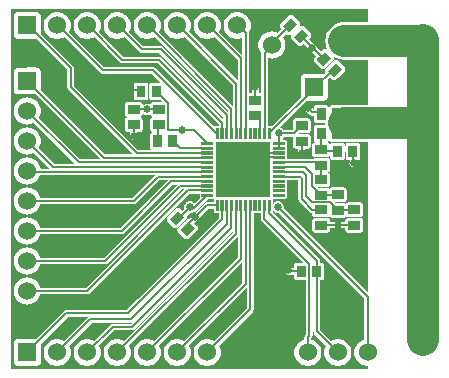
<source format=gbr>
G04 start of page 2 for group 0 idx 0 *
G04 Title: nRF51x22 Breakout, top *
G04 Creator: pcb 1.99z *
G04 CreationDate: Mon 01 Apr 2013 08:26:13 PM GMT UTC *
G04 For: nock *
G04 Format: Gerber/RS-274X *
G04 PCB-Dimensions (mil): 1500.00 1200.00 *
G04 PCB-Coordinate-Origin: lower left *
%MOIN*%
%FSLAX25Y25*%
%LNTOP*%
%ADD21C,0.0280*%
%ADD20C,0.0380*%
%ADD19C,0.0130*%
%ADD18C,0.0350*%
%ADD17C,0.0250*%
%ADD16R,0.0106X0.0106*%
%ADD15R,0.0295X0.0295*%
%ADD14C,0.0600*%
%ADD13C,0.1050*%
%ADD12C,0.0080*%
%ADD11C,0.0001*%
G54D11*G36*
X42407Y84091D02*X43125Y84092D01*
X43278Y84129D01*
X43423Y84189D01*
X43558Y84271D01*
X43677Y84374D01*
X43780Y84493D01*
X43862Y84628D01*
X43922Y84773D01*
X43959Y84926D01*
X43968Y85083D01*
X43967Y85292D01*
X44117Y85117D01*
X44350Y84918D01*
X44612Y84757D01*
X44896Y84640D01*
X45194Y84568D01*
X45500Y84544D01*
X45806Y84568D01*
X46104Y84640D01*
X46388Y84757D01*
X46557Y84861D01*
X46578Y84773D01*
X46638Y84628D01*
X46720Y84493D01*
X46823Y84374D01*
X46942Y84271D01*
X47077Y84189D01*
X47222Y84129D01*
X47375Y84092D01*
X47532Y84083D01*
X51400Y84092D01*
Y83917D01*
X47375Y83908D01*
X47222Y83871D01*
X47077Y83811D01*
X46942Y83729D01*
X46823Y83626D01*
X46720Y83507D01*
X46638Y83372D01*
X46578Y83227D01*
X46541Y83074D01*
X46532Y82917D01*
X46541Y79808D01*
X46578Y79655D01*
X46638Y79510D01*
X46720Y79375D01*
X46823Y79256D01*
X46942Y79153D01*
X47077Y79071D01*
X47222Y79011D01*
X47375Y78974D01*
X47532Y78965D01*
X47841Y78966D01*
Y78960D01*
X47308Y78959D01*
X47155Y78922D01*
X47010Y78862D01*
X46875Y78780D01*
X46756Y78677D01*
X46653Y78558D01*
X46571Y78423D01*
X46511Y78278D01*
X46474Y78125D01*
X46465Y77968D01*
X46474Y73875D01*
X46511Y73722D01*
X46571Y73577D01*
X46653Y73442D01*
X46756Y73323D01*
X46875Y73220D01*
X47010Y73138D01*
X47073Y73112D01*
X42444D01*
X42407Y73149D01*
Y78973D01*
X43125Y78974D01*
X43278Y79011D01*
X43423Y79071D01*
X43558Y79153D01*
X43677Y79256D01*
X43780Y79375D01*
X43862Y79510D01*
X43922Y79655D01*
X43959Y79808D01*
X43968Y79965D01*
X43959Y83074D01*
X43922Y83227D01*
X43862Y83372D01*
X43780Y83507D01*
X43677Y83626D01*
X43558Y83729D01*
X43423Y83811D01*
X43278Y83871D01*
X43125Y83908D01*
X42968Y83917D01*
X42407Y83916D01*
Y84091D01*
G37*
G36*
Y98400D02*X47044D01*
X49977Y95468D01*
X46926Y95459D01*
X46773Y95422D01*
X46628Y95362D01*
X46493Y95280D01*
X46374Y95177D01*
X46271Y95058D01*
X46189Y94923D01*
X46129Y94778D01*
X46092Y94625D01*
X46083Y94468D01*
X46092Y90375D01*
X46129Y90222D01*
X46189Y90077D01*
X46271Y89942D01*
X46374Y89823D01*
X46493Y89720D01*
X46628Y89638D01*
X46773Y89578D01*
X46926Y89541D01*
X47083Y89532D01*
X49963Y89541D01*
X50471Y89033D01*
X47375Y89026D01*
X47222Y88989D01*
X47077Y88929D01*
X46942Y88847D01*
X46823Y88744D01*
X46720Y88625D01*
X46638Y88490D01*
X46578Y88345D01*
X46541Y88192D01*
X46539Y88150D01*
X46388Y88243D01*
X46104Y88360D01*
X45806Y88432D01*
X45500Y88456D01*
X45194Y88432D01*
X44896Y88360D01*
X44612Y88243D01*
X44350Y88082D01*
X44117Y87883D01*
X43960Y87700D01*
X43959Y88192D01*
X43922Y88345D01*
X43862Y88490D01*
X43780Y88625D01*
X43677Y88744D01*
X43558Y88847D01*
X43423Y88929D01*
X43278Y88989D01*
X43125Y89026D01*
X42968Y89035D01*
X42407Y89034D01*
Y89533D01*
X45074Y89541D01*
X45227Y89578D01*
X45372Y89638D01*
X45507Y89720D01*
X45626Y89823D01*
X45729Y89942D01*
X45811Y90077D01*
X45871Y90222D01*
X45908Y90375D01*
X45917Y90532D01*
X45908Y94625D01*
X45871Y94778D01*
X45811Y94923D01*
X45729Y95058D01*
X45626Y95177D01*
X45507Y95280D01*
X45372Y95362D01*
X45227Y95422D01*
X45074Y95459D01*
X44917Y95468D01*
X42407Y95461D01*
Y98400D01*
G37*
G36*
Y101900D02*X49044D01*
X69313Y81631D01*
Y81076D01*
X68213Y81071D01*
X68121Y81049D01*
X68034Y81013D01*
X67953Y80963D01*
X67882Y80902D01*
X67820Y80830D01*
X67784Y80771D01*
X48308Y100247D01*
X48280Y100280D01*
X48149Y100393D01*
X48001Y100483D01*
X47841Y100549D01*
X47673Y100590D01*
X47672Y100590D01*
X47500Y100603D01*
X47457Y100600D01*
X42407D01*
Y101900D01*
G37*
G36*
Y106260D02*X42914Y105753D01*
X42942Y105720D01*
X43073Y105607D01*
X43221Y105517D01*
X43381Y105451D01*
X43549Y105410D01*
X43722Y105397D01*
X43765Y105400D01*
X49544D01*
X70888Y84056D01*
Y83167D01*
X50308Y103747D01*
X50280Y103780D01*
X50149Y103893D01*
X50057Y103949D01*
X50001Y103983D01*
X49954Y104003D01*
X49841Y104049D01*
X49673Y104090D01*
X49500Y104103D01*
X49457Y104100D01*
X42407D01*
Y106260D01*
G37*
G36*
Y111224D02*X42847Y110848D01*
X43451Y110478D01*
X44105Y110207D01*
X44794Y110042D01*
X45500Y109986D01*
X46206Y110042D01*
X46895Y110207D01*
X47549Y110478D01*
X47945Y110721D01*
X72463Y86203D01*
Y85593D01*
X50808Y107247D01*
X50780Y107280D01*
X50649Y107393D01*
X50501Y107483D01*
X50341Y107549D01*
X50173Y107590D01*
X50172Y107590D01*
X50000Y107603D01*
X49957Y107600D01*
X44178D01*
X42407Y109371D01*
Y111224D01*
G37*
G36*
X114059Y75632D02*X119000D01*
Y25556D01*
X114059Y30497D01*
Y45468D01*
X116625Y45474D01*
X116778Y45511D01*
X116923Y45571D01*
X117058Y45653D01*
X117177Y45756D01*
X117280Y45875D01*
X117362Y46010D01*
X117422Y46155D01*
X117459Y46308D01*
X117468Y46465D01*
X117459Y49574D01*
X117422Y49727D01*
X117362Y49872D01*
X117280Y50007D01*
X117177Y50126D01*
X117058Y50229D01*
X116923Y50311D01*
X116778Y50371D01*
X116625Y50408D01*
X116468Y50417D01*
X114059Y50412D01*
Y50586D01*
X116625Y50592D01*
X116778Y50629D01*
X116923Y50689D01*
X117058Y50771D01*
X117177Y50874D01*
X117280Y50993D01*
X117362Y51128D01*
X117422Y51273D01*
X117459Y51426D01*
X117468Y51583D01*
X117459Y54692D01*
X117422Y54845D01*
X117362Y54990D01*
X117280Y55125D01*
X117177Y55244D01*
X117058Y55347D01*
X116923Y55429D01*
X116778Y55489D01*
X116625Y55526D01*
X116468Y55535D01*
X114059Y55530D01*
Y67401D01*
X114173Y67410D01*
X114341Y67451D01*
X114501Y67517D01*
X114649Y67607D01*
X114778Y67722D01*
X114806Y67751D01*
X114839Y67779D01*
X114952Y67910D01*
X114952Y67910D01*
X115042Y68058D01*
X115108Y68218D01*
X115149Y68386D01*
X115162Y68559D01*
X115159Y68602D01*
Y69540D01*
X115692Y69541D01*
X115845Y69578D01*
X115990Y69638D01*
X116125Y69720D01*
X116244Y69823D01*
X116347Y69942D01*
X116429Y70077D01*
X116489Y70222D01*
X116526Y70375D01*
X116535Y70532D01*
X116526Y74625D01*
X116489Y74778D01*
X116429Y74923D01*
X116347Y75058D01*
X116244Y75177D01*
X116125Y75280D01*
X115990Y75362D01*
X115845Y75422D01*
X115692Y75459D01*
X115535Y75468D01*
X114059Y75464D01*
Y75632D01*
G37*
G36*
Y50412D02*X112375Y50408D01*
X112222Y50371D01*
X112077Y50311D01*
X111942Y50229D01*
X111823Y50126D01*
X111720Y50007D01*
X111638Y49872D01*
X111578Y49727D01*
X111541Y49574D01*
X111532Y49417D01*
X111533Y49100D01*
X109043D01*
X109000Y49103D01*
Y50469D01*
X111125Y50474D01*
X111278Y50511D01*
X111423Y50571D01*
X111558Y50653D01*
X111677Y50756D01*
X111780Y50875D01*
X111797Y50904D01*
X111823Y50874D01*
X111942Y50771D01*
X112077Y50689D01*
X112222Y50629D01*
X112375Y50592D01*
X112532Y50583D01*
X114059Y50586D01*
Y50412D01*
G37*
G36*
Y30497D02*X109000Y35556D01*
Y46842D01*
X109113Y46851D01*
X109114Y46851D01*
X109282Y46892D01*
X109302Y46900D01*
X111540D01*
X111541Y46308D01*
X111578Y46155D01*
X111638Y46010D01*
X111720Y45875D01*
X111823Y45756D01*
X111942Y45653D01*
X112077Y45571D01*
X112222Y45511D01*
X112375Y45474D01*
X112532Y45465D01*
X114059Y45468D01*
Y30497D01*
G37*
G36*
X109000Y69537D02*X110574Y69541D01*
X110727Y69578D01*
X110872Y69638D01*
X111007Y69720D01*
X111126Y69823D01*
X111229Y69942D01*
X111311Y70077D01*
X111371Y70222D01*
X111408Y70375D01*
X111417Y70532D01*
X111408Y74625D01*
X111371Y74778D01*
X111311Y74923D01*
X111229Y75058D01*
X111126Y75177D01*
X111007Y75280D01*
X110872Y75362D01*
X110727Y75422D01*
X110574Y75459D01*
X110417Y75468D01*
X109000Y75464D01*
Y75538D01*
X110251Y75541D01*
X110404Y75578D01*
X110549Y75638D01*
X110590Y75663D01*
X111118Y75632D01*
X114059D01*
Y75464D01*
X112426Y75459D01*
X112273Y75422D01*
X112128Y75362D01*
X111993Y75280D01*
X111874Y75177D01*
X111771Y75058D01*
X111689Y74923D01*
X111629Y74778D01*
X111592Y74625D01*
X111583Y74468D01*
X111592Y70375D01*
X111629Y70222D01*
X111689Y70077D01*
X111771Y69942D01*
X111874Y69823D01*
X111993Y69720D01*
X112128Y69638D01*
X112273Y69578D01*
X112426Y69541D01*
X112583Y69532D01*
X112959Y69533D01*
Y68861D01*
X112951Y68841D01*
X112910Y68673D01*
X112897Y68500D01*
X112910Y68327D01*
X112951Y68159D01*
X113017Y67999D01*
X113107Y67851D01*
X113220Y67720D01*
X113351Y67607D01*
X113499Y67517D01*
X113659Y67451D01*
X113827Y67410D01*
X114000Y67397D01*
X114059Y67401D01*
Y55530D01*
X112375Y55526D01*
X112222Y55489D01*
X112077Y55429D01*
X111942Y55347D01*
X111823Y55244D01*
X111720Y55125D01*
X111703Y55096D01*
X111677Y55126D01*
X111558Y55229D01*
X111423Y55311D01*
X111278Y55371D01*
X111125Y55408D01*
X110968Y55417D01*
X109000Y55413D01*
Y55587D01*
X111125Y55592D01*
X111278Y55629D01*
X111423Y55689D01*
X111558Y55771D01*
X111677Y55874D01*
X111780Y55993D01*
X111862Y56128D01*
X111922Y56273D01*
X111959Y56426D01*
X111968Y56583D01*
X111959Y59692D01*
X111922Y59845D01*
X111862Y59990D01*
X111780Y60125D01*
X111677Y60244D01*
X111558Y60347D01*
X111423Y60429D01*
X111278Y60489D01*
X111125Y60526D01*
X110968Y60535D01*
X109000Y60531D01*
Y69537D01*
G37*
G36*
Y103494D02*X109181Y103419D01*
X110137Y103190D01*
X111118Y103132D01*
X119000D01*
Y88132D01*
X111118D01*
X110137Y88074D01*
X109691Y87967D01*
X109000Y87965D01*
Y97140D01*
X111299Y99449D01*
X111381Y99583D01*
X111441Y99729D01*
X111478Y99882D01*
X111490Y100039D01*
X111478Y100196D01*
X111441Y100349D01*
X111381Y100494D01*
X111299Y100628D01*
X111194Y100746D01*
X109000Y102927D01*
Y103494D01*
G37*
G36*
Y120000D02*X119000D01*
Y115632D01*
X111118D01*
X110137Y115574D01*
X109181Y115344D01*
X109000Y115269D01*
Y120000D01*
G37*
G36*
Y55413D02*X108145Y55411D01*
X107971Y55585D01*
X109000Y55587D01*
Y55413D01*
G37*
G36*
Y35556D02*X90918Y53637D01*
X90932Y53694D01*
X90950Y54000D01*
X90932Y54306D01*
X90860Y54604D01*
X90743Y54888D01*
X90582Y55150D01*
X90383Y55383D01*
X90150Y55582D01*
X89888Y55743D01*
X89604Y55860D01*
X89306Y55932D01*
X89000Y55956D01*
X88694Y55932D01*
X88396Y55860D01*
X88112Y55743D01*
X87850Y55582D01*
X87617Y55383D01*
X87418Y55150D01*
X87290Y54941D01*
X87287Y56555D01*
X87265Y56647D01*
X87229Y56734D01*
X87180Y56814D01*
X87146Y56854D01*
X87186Y56820D01*
X87266Y56771D01*
X87353Y56735D01*
X87445Y56713D01*
X87539Y56707D01*
X91571Y56713D01*
X91662Y56735D01*
X91750Y56771D01*
X91830Y56820D01*
X91902Y56882D01*
X91963Y56953D01*
X92013Y57034D01*
X92049Y57121D01*
X92071Y57213D01*
X92076Y57307D01*
X92071Y58464D01*
X92049Y58556D01*
X92020Y58626D01*
X92049Y58696D01*
X92071Y58788D01*
X92076Y58882D01*
X92071Y60039D01*
X92049Y60131D01*
X92020Y60201D01*
X92049Y60271D01*
X92071Y60363D01*
X92076Y60457D01*
X92071Y61614D01*
X92049Y61706D01*
X92020Y61776D01*
X92049Y61846D01*
X92071Y61937D01*
X92076Y62031D01*
X92072Y63038D01*
X95900D01*
Y56543D01*
X95897Y56500D01*
X95910Y56327D01*
Y56327D01*
X95951Y56159D01*
X96017Y55999D01*
X96107Y55851D01*
X96220Y55720D01*
X96253Y55692D01*
X99692Y52253D01*
X99720Y52220D01*
X99851Y52107D01*
X99851Y52107D01*
X99999Y52017D01*
X100159Y51951D01*
X100327Y51910D01*
X100500Y51897D01*
X100540Y51900D01*
X100541Y51426D01*
X100578Y51273D01*
X100638Y51128D01*
X100720Y50993D01*
X100823Y50874D01*
X100942Y50771D01*
X101077Y50689D01*
X101222Y50629D01*
X101375Y50592D01*
X101532Y50583D01*
X105625Y50592D01*
X105778Y50629D01*
X105923Y50689D01*
X106058Y50771D01*
X106177Y50874D01*
X106203Y50904D01*
X106220Y50875D01*
X106323Y50756D01*
X106442Y50653D01*
X106577Y50571D01*
X106722Y50511D01*
X106875Y50474D01*
X107032Y50465D01*
X109000Y50469D01*
Y49103D01*
X108827Y49090D01*
X108659Y49049D01*
X108639Y49041D01*
X106460D01*
X106459Y49574D01*
X106422Y49727D01*
X106362Y49872D01*
X106280Y50007D01*
X106177Y50126D01*
X106058Y50229D01*
X105923Y50311D01*
X105778Y50371D01*
X105625Y50408D01*
X105468Y50417D01*
X101375Y50408D01*
X101222Y50371D01*
X101077Y50311D01*
X100942Y50229D01*
X100823Y50126D01*
X100720Y50007D01*
X100638Y49872D01*
X100578Y49727D01*
X100541Y49574D01*
X100532Y49417D01*
X100541Y46308D01*
X100578Y46155D01*
X100638Y46010D01*
X100720Y45875D01*
X100823Y45756D01*
X100942Y45653D01*
X101077Y45571D01*
X101222Y45511D01*
X101375Y45474D01*
X101532Y45465D01*
X105625Y45474D01*
X105778Y45511D01*
X105923Y45571D01*
X106058Y45653D01*
X106177Y45756D01*
X106280Y45875D01*
X106362Y46010D01*
X106422Y46155D01*
X106459Y46308D01*
X106468Y46465D01*
X106467Y46841D01*
X108898D01*
X108941Y46838D01*
X109000Y46842D01*
Y35556D01*
G37*
G36*
Y75464D02*X107308Y75459D01*
X107155Y75422D01*
X107010Y75362D01*
X106875Y75280D01*
X106756Y75177D01*
X106653Y75058D01*
X106571Y74923D01*
X106511Y74778D01*
X106474Y74625D01*
X106465Y74468D01*
X106467Y73600D01*
X106462D01*
X106459Y74692D01*
X106422Y74845D01*
X106362Y74990D01*
X106280Y75125D01*
X106177Y75244D01*
X106058Y75347D01*
X105923Y75429D01*
X105778Y75489D01*
X105625Y75526D01*
X105468Y75535D01*
X104600Y75533D01*
Y75540D01*
X105133Y75541D01*
X105286Y75578D01*
X105431Y75638D01*
X105566Y75720D01*
X105685Y75823D01*
X105788Y75942D01*
X105870Y76077D01*
X105930Y76222D01*
X105967Y76375D01*
X105976Y76532D01*
X105972Y78318D01*
X106046Y78197D01*
X106147Y78078D01*
X106151Y76375D01*
X106188Y76222D01*
X106248Y76077D01*
X106331Y75942D01*
X106433Y75823D01*
X106552Y75720D01*
X106687Y75638D01*
X106832Y75578D01*
X106985Y75541D01*
X107142Y75532D01*
X109000Y75538D01*
Y75464D01*
G37*
G36*
Y87965D02*X106985Y87959D01*
X106832Y87922D01*
X106687Y87862D01*
X106552Y87780D01*
X106433Y87677D01*
X106331Y87558D01*
X106248Y87423D01*
X106188Y87278D01*
X106151Y87125D01*
X106142Y86968D01*
X106145Y85683D01*
X106046Y85567D01*
X105971Y85444D01*
X105967Y87125D01*
X105930Y87278D01*
X105870Y87423D01*
X105788Y87558D01*
X105685Y87677D01*
X105566Y87780D01*
X105431Y87862D01*
X105286Y87922D01*
X105133Y87959D01*
X104976Y87968D01*
X101867Y87959D01*
X101714Y87922D01*
X101569Y87862D01*
X101434Y87780D01*
X101315Y87677D01*
X101213Y87558D01*
X101130Y87423D01*
X101070Y87278D01*
X101033Y87125D01*
X101024Y86968D01*
X101025Y86600D01*
X100956D01*
X99778Y87778D01*
X99649Y87893D01*
X99501Y87983D01*
X99341Y88049D01*
X99173Y88090D01*
X99000Y88103D01*
X98827Y88090D01*
X98659Y88049D01*
X98499Y87983D01*
X98351Y87893D01*
X98220Y87780D01*
X98107Y87649D01*
X98017Y87501D01*
X97951Y87341D01*
X97910Y87173D01*
X97897Y87000D01*
X97910Y86827D01*
X97951Y86659D01*
X98017Y86499D01*
X98107Y86351D01*
X98222Y86222D01*
X99692Y84753D01*
X99720Y84720D01*
X99851Y84607D01*
X99999Y84517D01*
X100159Y84451D01*
X100327Y84410D01*
X100327D01*
X100500Y84397D01*
X100543Y84400D01*
X101030D01*
X101033Y82875D01*
X101070Y82722D01*
X101130Y82577D01*
X101213Y82442D01*
X101315Y82323D01*
X101434Y82220D01*
X101569Y82138D01*
X101714Y82078D01*
X101867Y82041D01*
X102024Y82032D01*
X104861Y82040D01*
X104849Y81882D01*
X104881Y81468D01*
X101867Y81459D01*
X101714Y81422D01*
X101569Y81362D01*
X101434Y81280D01*
X101315Y81177D01*
X101213Y81058D01*
X101130Y80923D01*
X101070Y80778D01*
X101033Y80625D01*
X101024Y80468D01*
X101033Y76375D01*
X101070Y76222D01*
X101130Y76077D01*
X101213Y75942D01*
X101315Y75823D01*
X101434Y75720D01*
X101569Y75638D01*
X101714Y75578D01*
X101867Y75541D01*
X102024Y75532D01*
X102400Y75533D01*
Y75528D01*
X101375Y75526D01*
X101222Y75489D01*
X101077Y75429D01*
X100942Y75347D01*
X100823Y75244D01*
X100720Y75125D01*
X100638Y74990D01*
X100578Y74845D01*
X100541Y74692D01*
X100532Y74535D01*
X100541Y71426D01*
X100578Y71273D01*
X100638Y71128D01*
X100720Y70993D01*
X100823Y70874D01*
X100942Y70771D01*
X101077Y70689D01*
X101222Y70629D01*
X101375Y70592D01*
X101532Y70583D01*
X105625Y70592D01*
X105778Y70629D01*
X105923Y70689D01*
X106058Y70771D01*
X106177Y70874D01*
X106280Y70993D01*
X106362Y71128D01*
X106422Y71273D01*
X106452Y71400D01*
X106472D01*
X106474Y70375D01*
X106511Y70222D01*
X106571Y70077D01*
X106653Y69942D01*
X106756Y69823D01*
X106875Y69720D01*
X107010Y69638D01*
X107155Y69578D01*
X107308Y69541D01*
X107465Y69532D01*
X109000Y69537D01*
Y60531D01*
X106875Y60526D01*
X106722Y60489D01*
X106577Y60429D01*
X106442Y60347D01*
X106323Y60244D01*
X106220Y60125D01*
X106203Y60096D01*
X106177Y60126D01*
X106058Y60229D01*
X105923Y60311D01*
X105778Y60371D01*
X105625Y60408D01*
X105468Y60417D01*
X102586Y60410D01*
X102412Y60585D01*
X105625Y60592D01*
X105778Y60629D01*
X105923Y60689D01*
X106058Y60771D01*
X106177Y60874D01*
X106280Y60993D01*
X106362Y61128D01*
X106422Y61273D01*
X106459Y61426D01*
X106468Y61583D01*
X106459Y64692D01*
X106422Y64845D01*
X106362Y64990D01*
X106280Y65125D01*
X106177Y65244D01*
X106058Y65347D01*
X105923Y65429D01*
X105778Y65489D01*
X105732Y65500D01*
X105778Y65511D01*
X105923Y65571D01*
X106058Y65653D01*
X106177Y65756D01*
X106280Y65875D01*
X106362Y66010D01*
X106422Y66155D01*
X106459Y66308D01*
X106468Y66465D01*
X106459Y69574D01*
X106422Y69727D01*
X106362Y69872D01*
X106280Y70007D01*
X106177Y70126D01*
X106058Y70229D01*
X105923Y70311D01*
X105778Y70371D01*
X105625Y70408D01*
X105468Y70417D01*
X101375Y70408D01*
X101222Y70371D01*
X101077Y70311D01*
X100942Y70229D01*
X100823Y70126D01*
X100720Y70007D01*
X100693Y69962D01*
X92076D01*
X92071Y71063D01*
X92049Y71154D01*
X92020Y71224D01*
X92049Y71294D01*
X92071Y71386D01*
X92076Y71480D01*
X92071Y72637D01*
X92049Y72729D01*
X92020Y72799D01*
X92049Y72869D01*
X92071Y72961D01*
X92076Y73055D01*
X92071Y74212D01*
X92049Y74304D01*
X92020Y74374D01*
X92049Y74444D01*
X92071Y74536D01*
X92076Y74630D01*
X92071Y75787D01*
X92049Y75879D01*
X92013Y75966D01*
X91963Y76047D01*
X91902Y76118D01*
X91830Y76180D01*
X91750Y76229D01*
X91662Y76265D01*
X91571Y76287D01*
X91476Y76293D01*
X90608Y76292D01*
Y76892D01*
X90650Y76918D01*
X90883Y77117D01*
X91082Y77350D01*
X91113Y77400D01*
X94032D01*
X94041Y74308D01*
X94078Y74155D01*
X94138Y74010D01*
X94220Y73875D01*
X94323Y73756D01*
X94442Y73653D01*
X94577Y73571D01*
X94722Y73511D01*
X94875Y73474D01*
X95032Y73465D01*
X95900Y73467D01*
Y72000D01*
X95910Y71827D01*
X95951Y71659D01*
X96017Y71499D01*
X96107Y71351D01*
X96220Y71220D01*
X96351Y71107D01*
X96499Y71017D01*
X96659Y70951D01*
X96827Y70910D01*
X97000Y70897D01*
X97173Y70910D01*
X97341Y70951D01*
X97501Y71017D01*
X97649Y71107D01*
X97780Y71220D01*
X97893Y71351D01*
X97983Y71499D01*
X98049Y71659D01*
X98090Y71827D01*
X98100Y72000D01*
Y73472D01*
X99125Y73474D01*
X99278Y73511D01*
X99423Y73571D01*
X99558Y73653D01*
X99677Y73756D01*
X99780Y73875D01*
X99862Y74010D01*
X99922Y74155D01*
X99959Y74308D01*
X99968Y74465D01*
X99959Y77574D01*
X99922Y77727D01*
X99862Y77872D01*
X99780Y78007D01*
X99677Y78126D01*
X99558Y78229D01*
X99423Y78311D01*
X99278Y78371D01*
X99125Y78408D01*
X98968Y78417D01*
X95966Y78410D01*
X96141Y78586D01*
X99125Y78592D01*
X99278Y78629D01*
X99423Y78689D01*
X99558Y78771D01*
X99677Y78874D01*
X99780Y78993D01*
X99862Y79128D01*
X99922Y79273D01*
X99959Y79426D01*
X99968Y79583D01*
X99959Y82692D01*
X99922Y82845D01*
X99862Y82990D01*
X99780Y83125D01*
X99677Y83244D01*
X99558Y83347D01*
X99423Y83429D01*
X99278Y83489D01*
X99125Y83526D01*
X98968Y83535D01*
X94875Y83526D01*
X94722Y83489D01*
X94577Y83429D01*
X94442Y83347D01*
X94323Y83244D01*
X94220Y83125D01*
X94138Y82990D01*
X94078Y82845D01*
X94041Y82692D01*
X94032Y82535D01*
X94041Y79600D01*
X91113D01*
X91082Y79650D01*
X90883Y79883D01*
X90650Y80082D01*
X90388Y80243D01*
X90104Y80360D01*
X89806Y80432D01*
X89577Y80450D01*
X98486Y89359D01*
X104378Y89372D01*
X104607Y89427D01*
X104825Y89517D01*
X105027Y89641D01*
X105206Y89794D01*
X105359Y89973D01*
X105483Y90175D01*
X105573Y90393D01*
X105628Y90622D01*
X105642Y90858D01*
X105630Y96503D01*
X106340Y97213D01*
X107114Y96444D01*
X107249Y96361D01*
X107394Y96301D01*
X107547Y96264D01*
X107704Y96252D01*
X107861Y96264D01*
X108014Y96301D01*
X108159Y96361D01*
X108294Y96444D01*
X108411Y96548D01*
X109000Y97140D01*
Y87965D01*
G37*
G36*
X42407Y120000D02*X109000D01*
Y115269D01*
X108272Y114968D01*
X107433Y114454D01*
X106685Y113815D01*
X106046Y113067D01*
X105532Y112228D01*
X105156Y111319D01*
X104926Y110363D01*
X104849Y109382D01*
X104926Y108401D01*
X105156Y107445D01*
X105532Y106536D01*
X105751Y106178D01*
X105371Y106556D01*
X105236Y106639D01*
X105091Y106699D01*
X104938Y106736D01*
X104781Y106748D01*
X104624Y106736D01*
X104471Y106699D01*
X104326Y106639D01*
X104192Y106556D01*
X104074Y106452D01*
X103462Y105837D01*
X99262Y110036D01*
X99985Y110763D01*
X100067Y110897D01*
X100128Y111042D01*
X100164Y111195D01*
X100177Y111352D01*
X100164Y111509D01*
X100128Y111662D01*
X100067Y111808D01*
X99985Y111942D01*
X99881Y112059D01*
X97676Y114251D01*
X97542Y114334D01*
X97396Y114394D01*
X97243Y114430D01*
X97086Y114443D01*
X96929Y114430D01*
X96776Y114394D01*
X96631Y114334D01*
X96497Y114251D01*
X96379Y114147D01*
X93491Y111246D01*
X93409Y111112D01*
X93349Y110966D01*
X93312Y110813D01*
X93300Y110656D01*
X93312Y110499D01*
X93349Y110346D01*
X93409Y110201D01*
X93491Y110067D01*
X93596Y109949D01*
X95801Y107757D01*
X95935Y107675D01*
X96080Y107615D01*
X96233Y107578D01*
X96390Y107566D01*
X96547Y107578D01*
X96700Y107615D01*
X96846Y107675D01*
X96980Y107757D01*
X97097Y107862D01*
X97710Y108477D01*
X101845Y104342D01*
X101722Y104219D01*
X101607Y104090D01*
X101517Y103942D01*
X101475Y103841D01*
X101186Y103551D01*
X101104Y103417D01*
X101044Y103271D01*
X101007Y103118D01*
X100995Y102961D01*
X101007Y102805D01*
X101044Y102651D01*
X101104Y102506D01*
X101186Y102372D01*
X101291Y102254D01*
X103495Y100063D01*
X103630Y99980D01*
X103775Y99920D01*
X103928Y99883D01*
X104085Y99871D01*
X104242Y99883D01*
X104395Y99920D01*
X104540Y99980D01*
X104675Y100063D01*
X104792Y100167D01*
X107680Y103068D01*
X107762Y103202D01*
X107822Y103348D01*
X107859Y103501D01*
X107872Y103657D01*
X107859Y103814D01*
X107822Y103967D01*
X107765Y104107D01*
X108272Y103796D01*
X109000Y103494D01*
Y102927D01*
X108990Y102937D01*
X108855Y103020D01*
X108710Y103080D01*
X108557Y103117D01*
X108400Y103129D01*
X108243Y103117D01*
X108090Y103080D01*
X107945Y103020D01*
X107810Y102937D01*
X107693Y102833D01*
X104805Y99932D01*
X104723Y99798D01*
X104663Y99652D01*
X104626Y99499D01*
X104613Y99343D01*
X104626Y99186D01*
X104663Y99033D01*
X104723Y98887D01*
X104791Y98776D01*
X104360Y98345D01*
X104142Y98358D01*
X97907Y98344D01*
X97677Y98289D01*
X97459Y98199D01*
X97258Y98075D01*
X97078Y97922D01*
X96925Y97742D01*
X96801Y97541D01*
X96711Y97323D01*
X96656Y97093D01*
X96642Y96858D01*
X96656Y90640D01*
X87005Y80989D01*
X86966Y81013D01*
X86879Y81049D01*
X86787Y81071D01*
X86693Y81076D01*
X85694Y81072D01*
Y103686D01*
X86294Y103542D01*
X87000Y103486D01*
X87706Y103542D01*
X88395Y103707D01*
X89049Y103978D01*
X89653Y104348D01*
X90192Y104808D01*
X90652Y105347D01*
X91022Y105951D01*
X91293Y106605D01*
X91458Y107294D01*
X91500Y108000D01*
X91458Y108706D01*
X91293Y109395D01*
X91022Y110049D01*
X90672Y110620D01*
X91804Y111752D01*
X92182Y111376D01*
X92316Y111294D01*
X92461Y111234D01*
X92614Y111197D01*
X92771Y111185D01*
X92928Y111197D01*
X93081Y111234D01*
X93227Y111294D01*
X93361Y111376D01*
X93478Y111481D01*
X96366Y114382D01*
X96448Y114516D01*
X96509Y114661D01*
X96545Y114814D01*
X96558Y114971D01*
X96545Y115128D01*
X96509Y115281D01*
X96448Y115427D01*
X96366Y115561D01*
X96262Y115678D01*
X94057Y117870D01*
X93923Y117952D01*
X93777Y118013D01*
X93624Y118049D01*
X93467Y118062D01*
X93310Y118049D01*
X93157Y118013D01*
X93012Y117952D01*
X92878Y117870D01*
X92760Y117766D01*
X89872Y114865D01*
X89790Y114731D01*
X89730Y114585D01*
X89693Y114432D01*
X89681Y114275D01*
X89693Y114118D01*
X89730Y113965D01*
X89790Y113820D01*
X89872Y113686D01*
X89977Y113568D01*
X90243Y113303D01*
X88988Y112047D01*
X88395Y112293D01*
X87706Y112458D01*
X87000Y112514D01*
X86294Y112458D01*
X85605Y112293D01*
X84951Y112022D01*
X84347Y111652D01*
X83808Y111192D01*
X83348Y110653D01*
X82978Y110049D01*
X82707Y109395D01*
X82542Y108706D01*
X82486Y108000D01*
X82542Y107294D01*
X82707Y106605D01*
X82978Y105951D01*
X83348Y105347D01*
X83494Y105176D01*
Y92033D01*
X83468Y92035D01*
X82600Y92033D01*
Y94000D01*
X82590Y94173D01*
X82549Y94341D01*
X82483Y94501D01*
X82393Y94649D01*
X82280Y94780D01*
X82149Y94893D01*
X82001Y94983D01*
X81841Y95049D01*
X81673Y95090D01*
X81500Y95103D01*
X81327Y95090D01*
X81159Y95049D01*
X80999Y94983D01*
X80851Y94893D01*
X80720Y94780D01*
X80607Y94649D01*
X80517Y94501D01*
X80451Y94341D01*
X80410Y94173D01*
X80400Y94000D01*
Y92028D01*
X79387Y92026D01*
Y111892D01*
X79391Y111935D01*
X79377Y112107D01*
X79377Y112107D01*
X79359Y112184D01*
X79522Y112451D01*
X79793Y113105D01*
X79958Y113794D01*
X80000Y114500D01*
X79958Y115206D01*
X79793Y115895D01*
X79522Y116549D01*
X79152Y117153D01*
X78692Y117692D01*
X78153Y118152D01*
X77549Y118522D01*
X76895Y118793D01*
X76206Y118958D01*
X75500Y119014D01*
X74794Y118958D01*
X74105Y118793D01*
X73451Y118522D01*
X72847Y118152D01*
X72308Y117692D01*
X71848Y117153D01*
X71478Y116549D01*
X71207Y115895D01*
X71042Y115206D01*
X70986Y114500D01*
X71042Y113794D01*
X71207Y113105D01*
X71478Y112451D01*
X71848Y111847D01*
X72308Y111308D01*
X72847Y110848D01*
X73451Y110478D01*
X74105Y110207D01*
X74794Y110042D01*
X75500Y109986D01*
X76206Y110042D01*
X76895Y110207D01*
X77187Y110328D01*
Y104590D01*
X69448Y112330D01*
X69522Y112451D01*
X69793Y113105D01*
X69958Y113794D01*
X70000Y114500D01*
X69958Y115206D01*
X69793Y115895D01*
X69522Y116549D01*
X69152Y117153D01*
X68692Y117692D01*
X68153Y118152D01*
X67549Y118522D01*
X66895Y118793D01*
X66206Y118958D01*
X65500Y119014D01*
X64794Y118958D01*
X64105Y118793D01*
X63451Y118522D01*
X62847Y118152D01*
X62308Y117692D01*
X61848Y117153D01*
X61478Y116549D01*
X61207Y115895D01*
X61042Y115206D01*
X60986Y114500D01*
X61042Y113794D01*
X61207Y113105D01*
X61478Y112451D01*
X61848Y111847D01*
X62308Y111308D01*
X62847Y110848D01*
X63451Y110478D01*
X64105Y110207D01*
X64794Y110042D01*
X65500Y109986D01*
X66206Y110042D01*
X66895Y110207D01*
X67549Y110478D01*
X67945Y110721D01*
X75613Y103054D01*
Y96165D01*
X59448Y112330D01*
X59522Y112451D01*
X59793Y113105D01*
X59958Y113794D01*
X60000Y114500D01*
X59958Y115206D01*
X59793Y115895D01*
X59522Y116549D01*
X59152Y117153D01*
X58692Y117692D01*
X58153Y118152D01*
X57549Y118522D01*
X56895Y118793D01*
X56206Y118958D01*
X55500Y119014D01*
X54794Y118958D01*
X54105Y118793D01*
X53451Y118522D01*
X52847Y118152D01*
X52308Y117692D01*
X51848Y117153D01*
X51478Y116549D01*
X51207Y115895D01*
X51042Y115206D01*
X50986Y114500D01*
X51042Y113794D01*
X51207Y113105D01*
X51478Y112451D01*
X51848Y111847D01*
X52308Y111308D01*
X52847Y110848D01*
X53451Y110478D01*
X54105Y110207D01*
X54794Y110042D01*
X55500Y109986D01*
X56206Y110042D01*
X56895Y110207D01*
X57549Y110478D01*
X57945Y110721D01*
X74038Y94629D01*
Y87740D01*
X49448Y112330D01*
X49522Y112451D01*
X49793Y113105D01*
X49958Y113794D01*
X50000Y114500D01*
X49958Y115206D01*
X49793Y115895D01*
X49522Y116549D01*
X49152Y117153D01*
X48692Y117692D01*
X48153Y118152D01*
X47549Y118522D01*
X46895Y118793D01*
X46206Y118958D01*
X45500Y119014D01*
X44794Y118958D01*
X44105Y118793D01*
X43451Y118522D01*
X42847Y118152D01*
X42407Y117776D01*
Y120000D01*
G37*
G36*
X89000Y43944D02*X97479Y35465D01*
X95308Y35459D01*
X95155Y35422D01*
X95010Y35362D01*
X94875Y35280D01*
X94756Y35177D01*
X94653Y35058D01*
X94571Y34923D01*
X94511Y34778D01*
X94474Y34625D01*
X94465Y34468D01*
X94467Y33600D01*
X92500D01*
X92327Y33590D01*
X92159Y33549D01*
X91999Y33483D01*
X91851Y33393D01*
X91720Y33280D01*
X91607Y33149D01*
X91517Y33001D01*
X91451Y32841D01*
X91410Y32673D01*
X91397Y32500D01*
X91410Y32327D01*
X91451Y32159D01*
X91517Y31999D01*
X91607Y31851D01*
X91720Y31720D01*
X91851Y31607D01*
X91999Y31517D01*
X92159Y31451D01*
X92327Y31410D01*
X92500Y31400D01*
X94472D01*
X94474Y30375D01*
X94511Y30222D01*
X94571Y30077D01*
X94653Y29942D01*
X94756Y29823D01*
X94875Y29720D01*
X95010Y29638D01*
X95155Y29578D01*
X95308Y29541D01*
X95465Y29532D01*
X98400Y29541D01*
Y11456D01*
X98253Y11308D01*
X98220Y11280D01*
X98107Y11149D01*
X98017Y11001D01*
X97951Y10841D01*
X97910Y10673D01*
X97910Y10672D01*
X97897Y10500D01*
X97900Y10457D01*
Y9864D01*
X97605Y9793D01*
X96951Y9522D01*
X96347Y9152D01*
X95808Y8692D01*
X95348Y8153D01*
X94978Y7549D01*
X94707Y6895D01*
X94542Y6206D01*
X94486Y5500D01*
X94542Y4794D01*
X94707Y4105D01*
X94978Y3451D01*
X95348Y2847D01*
X95808Y2308D01*
X96347Y1848D01*
X96951Y1478D01*
X97605Y1207D01*
X98294Y1042D01*
X99000Y986D01*
X99706Y1042D01*
X100395Y1207D01*
X101049Y1478D01*
X101653Y1848D01*
X102192Y2308D01*
X102652Y2847D01*
X103022Y3451D01*
X103293Y4105D01*
X103458Y4794D01*
X103500Y5500D01*
X103458Y6206D01*
X103293Y6895D01*
X103022Y7549D01*
X102652Y8153D01*
X102192Y8692D01*
X101653Y9152D01*
X101049Y9522D01*
X100395Y9793D01*
X100100Y9864D01*
Y10044D01*
X100247Y10192D01*
X100280Y10220D01*
X100393Y10351D01*
X100483Y10499D01*
X100549Y10659D01*
X100590Y10827D01*
X100603Y11000D01*
X100600Y11043D01*
Y29532D01*
X100900Y29533D01*
Y12543D01*
X100897Y12500D01*
X100910Y12327D01*
Y12327D01*
X100951Y12159D01*
X101017Y11999D01*
X101107Y11851D01*
X101220Y11720D01*
X101253Y11692D01*
X105137Y7808D01*
X104978Y7549D01*
X104707Y6895D01*
X104542Y6206D01*
X104486Y5500D01*
X104542Y4794D01*
X104707Y4105D01*
X104978Y3451D01*
X105348Y2847D01*
X105808Y2308D01*
X106347Y1848D01*
X106951Y1478D01*
X107605Y1207D01*
X108294Y1042D01*
X109000Y986D01*
X109706Y1042D01*
X110395Y1207D01*
X111049Y1478D01*
X111653Y1848D01*
X112192Y2308D01*
X112652Y2847D01*
X113022Y3451D01*
X113293Y4105D01*
X113458Y4794D01*
X113500Y5500D01*
X113458Y6206D01*
X113293Y6895D01*
X113022Y7549D01*
X112652Y8153D01*
X112192Y8692D01*
X111653Y9152D01*
X111049Y9522D01*
X110395Y9793D01*
X109706Y9958D01*
X109000Y10014D01*
X108294Y9958D01*
X107605Y9793D01*
X106951Y9522D01*
X106692Y9363D01*
X103100Y12956D01*
Y29540D01*
X103692Y29541D01*
X103845Y29578D01*
X103990Y29638D01*
X104125Y29720D01*
X104244Y29823D01*
X104347Y29942D01*
X104429Y30077D01*
X104489Y30222D01*
X104526Y30375D01*
X104535Y30532D01*
X104526Y34625D01*
X104489Y34778D01*
X104429Y34923D01*
X104347Y35058D01*
X104244Y35177D01*
X104125Y35280D01*
X103990Y35362D01*
X103845Y35422D01*
X103692Y35459D01*
X103535Y35468D01*
X103100Y35467D01*
Y35957D01*
X103103Y36000D01*
X103090Y36172D01*
X103090Y36173D01*
X103049Y36341D01*
X102983Y36501D01*
X102893Y36649D01*
X102780Y36780D01*
X102747Y36808D01*
X89000Y50556D01*
Y52044D01*
X89306Y52068D01*
X89363Y52082D01*
X117900Y23544D01*
Y9864D01*
X117605Y9793D01*
X116951Y9522D01*
X116347Y9152D01*
X115808Y8692D01*
X115348Y8153D01*
X114978Y7549D01*
X114707Y6895D01*
X114542Y6206D01*
X114486Y5500D01*
X114542Y4794D01*
X114707Y4105D01*
X114978Y3451D01*
X115348Y2847D01*
X115808Y2308D01*
X116347Y1848D01*
X116951Y1478D01*
X117605Y1207D01*
X118294Y1042D01*
X119000Y986D01*
Y0D01*
X89000D01*
Y4397D01*
X89173Y4410D01*
X89341Y4451D01*
X89501Y4517D01*
X89649Y4607D01*
X89780Y4720D01*
X89893Y4851D01*
X89983Y4999D01*
X90049Y5159D01*
X90090Y5327D01*
X90100Y5500D01*
Y6059D01*
X90090Y6232D01*
X90049Y6400D01*
X89983Y6560D01*
X89893Y6708D01*
X89780Y6839D01*
X89649Y6952D01*
X89501Y7042D01*
X89341Y7108D01*
X89173Y7149D01*
X89000Y7162D01*
Y43944D01*
G37*
G36*
Y50556D02*X87261Y52294D01*
Y52328D01*
X87265Y52338D01*
X87287Y52429D01*
X87293Y52524D01*
X87292Y53055D01*
X87418Y52850D01*
X87617Y52617D01*
X87850Y52418D01*
X88112Y52257D01*
X88396Y52140D01*
X88694Y52068D01*
X89000Y52044D01*
Y50556D01*
G37*
G36*
X42407Y2224D02*X42847Y1848D01*
X43451Y1478D01*
X44105Y1207D01*
X44794Y1042D01*
X45500Y986D01*
X46206Y1042D01*
X46895Y1207D01*
X47549Y1478D01*
X48153Y1848D01*
X48692Y2308D01*
X49152Y2847D01*
X49522Y3451D01*
X49793Y4105D01*
X49958Y4794D01*
X50000Y5500D01*
X49958Y6206D01*
X49793Y6895D01*
X49522Y7549D01*
X49363Y7808D01*
X77187Y35632D01*
Y28743D01*
X57808Y9363D01*
X57549Y9522D01*
X56895Y9793D01*
X56206Y9958D01*
X55500Y10014D01*
X54794Y9958D01*
X54105Y9793D01*
X53451Y9522D01*
X52847Y9152D01*
X52308Y8692D01*
X51848Y8153D01*
X51478Y7549D01*
X51207Y6895D01*
X51042Y6206D01*
X50986Y5500D01*
X51042Y4794D01*
X51207Y4105D01*
X51478Y3451D01*
X51848Y2847D01*
X52308Y2308D01*
X52847Y1848D01*
X53451Y1478D01*
X54105Y1207D01*
X54794Y1042D01*
X55500Y986D01*
X56206Y1042D01*
X56895Y1207D01*
X57549Y1478D01*
X58153Y1848D01*
X58692Y2308D01*
X59152Y2847D01*
X59522Y3451D01*
X59793Y4105D01*
X59958Y4794D01*
X60000Y5500D01*
X59958Y6206D01*
X59793Y6895D01*
X59522Y7549D01*
X59363Y7808D01*
X78762Y27207D01*
Y20318D01*
X67808Y9364D01*
X67549Y9522D01*
X66895Y9793D01*
X66206Y9958D01*
X65500Y10014D01*
X64794Y9958D01*
X64105Y9793D01*
X63451Y9522D01*
X62847Y9152D01*
X62308Y8692D01*
X61848Y8153D01*
X61478Y7549D01*
X61207Y6895D01*
X61042Y6206D01*
X60986Y5500D01*
X61042Y4794D01*
X61207Y4105D01*
X61478Y3451D01*
X61848Y2847D01*
X62308Y2308D01*
X62847Y1848D01*
X63451Y1478D01*
X64105Y1207D01*
X64794Y1042D01*
X65500Y986D01*
X66206Y1042D01*
X66895Y1207D01*
X67549Y1478D01*
X68153Y1848D01*
X68692Y2308D01*
X69152Y2847D01*
X69522Y3451D01*
X69793Y4105D01*
X69958Y4794D01*
X70000Y5500D01*
X69958Y6206D01*
X69793Y6895D01*
X69522Y7549D01*
X69363Y7808D01*
X80610Y19054D01*
X80642Y19082D01*
X80755Y19214D01*
X80845Y19362D01*
X80912Y19522D01*
X80952Y19690D01*
X80966Y19863D01*
X80962Y19906D01*
Y51924D01*
X82063Y51929D01*
X82154Y51951D01*
X82224Y51980D01*
X82294Y51951D01*
X82386Y51929D01*
X82480Y51924D01*
X83400Y51928D01*
Y50043D01*
X83397Y50000D01*
X83410Y49827D01*
Y49827D01*
X83451Y49659D01*
X83517Y49499D01*
X83607Y49351D01*
X83720Y49220D01*
X83753Y49192D01*
X89000Y43944D01*
Y7162D01*
X88827Y7149D01*
X88659Y7108D01*
X88499Y7042D01*
X88351Y6952D01*
X88220Y6839D01*
X88107Y6708D01*
X88017Y6560D01*
X87951Y6400D01*
X87910Y6232D01*
X87900Y6059D01*
Y5500D01*
X87910Y5327D01*
X87951Y5159D01*
X88017Y4999D01*
X88107Y4851D01*
X88220Y4720D01*
X88351Y4607D01*
X88499Y4517D01*
X88659Y4451D01*
X88827Y4410D01*
X89000Y4397D01*
Y0D01*
X42407D01*
Y2224D01*
G37*
G36*
Y10851D02*X75613Y44057D01*
Y37169D01*
X47808Y9364D01*
X47549Y9522D01*
X46895Y9793D01*
X46206Y9958D01*
X45500Y10014D01*
X44794Y9958D01*
X44105Y9793D01*
X43451Y9522D01*
X42847Y9152D01*
X42407Y8776D01*
Y10851D01*
G37*
G36*
Y14351D02*X74038Y45982D01*
Y45593D01*
X42407Y13962D01*
Y14351D01*
G37*
G36*
Y41351D02*X59456Y58400D01*
X62925D01*
X62924Y58370D01*
X62929Y57213D01*
X62951Y57121D01*
X62987Y57034D01*
X63037Y56953D01*
X63043Y56945D01*
X61270Y55172D01*
X61090Y55383D01*
X60857Y55582D01*
X60595Y55743D01*
X60312Y55860D01*
X60013Y55932D01*
X59707Y55956D01*
X59401Y55932D01*
X59103Y55860D01*
X58819Y55743D01*
X58557Y55582D01*
X58324Y55383D01*
X58125Y55150D01*
X57964Y54888D01*
X57847Y54604D01*
X57775Y54306D01*
X57751Y54000D01*
X57775Y53694D01*
X57845Y53401D01*
X57170Y52726D01*
X56335Y53556D01*
X56201Y53639D01*
X56056Y53699D01*
X55903Y53736D01*
X55746Y53748D01*
X55589Y53736D01*
X55436Y53699D01*
X55290Y53639D01*
X55156Y53556D01*
X55039Y53452D01*
X52151Y50551D01*
X52068Y50417D01*
X52008Y50271D01*
X51971Y50118D01*
X51959Y49961D01*
X51971Y49805D01*
X52008Y49651D01*
X52068Y49506D01*
X52151Y49372D01*
X52255Y49254D01*
X54460Y47063D01*
X54594Y46980D01*
X54740Y46920D01*
X54893Y46883D01*
X55050Y46871D01*
X55207Y46883D01*
X55360Y46920D01*
X55505Y46980D01*
X55639Y47063D01*
X55757Y47167D01*
X58645Y50068D01*
X58727Y50202D01*
X58787Y50348D01*
X58824Y50501D01*
X58836Y50657D01*
X58824Y50814D01*
X58787Y50967D01*
X58727Y51113D01*
X58705Y51149D01*
X59607Y52052D01*
X59707Y52044D01*
X60013Y52068D01*
X60312Y52140D01*
X60595Y52257D01*
X60857Y52418D01*
X60878Y52435D01*
X61146D01*
X61189Y52432D01*
X61361Y52446D01*
X61362Y52446D01*
X61530Y52486D01*
X61690Y52552D01*
X61838Y52643D01*
X61969Y52755D01*
X61997Y52788D01*
X65920Y56710D01*
X67555Y56713D01*
X67647Y56735D01*
X67734Y56771D01*
X67814Y56820D01*
X67854Y56854D01*
X67820Y56814D01*
X67771Y56734D01*
X67735Y56647D01*
X67713Y56555D01*
X67707Y56461D01*
X67708Y55600D01*
X65543D01*
X65500Y55603D01*
X65327Y55590D01*
X65159Y55549D01*
X64999Y55483D01*
X64851Y55393D01*
X64720Y55280D01*
X64692Y55247D01*
X59553Y50109D01*
X59521Y50117D01*
X59365Y50129D01*
X59208Y50117D01*
X59055Y50080D01*
X58909Y50020D01*
X58775Y49937D01*
X58657Y49833D01*
X55770Y46932D01*
X55687Y46798D01*
X55627Y46652D01*
X55590Y46499D01*
X55578Y46343D01*
X55590Y46186D01*
X55627Y46033D01*
X55687Y45887D01*
X55770Y45753D01*
X55874Y45635D01*
X58079Y43444D01*
X58213Y43361D01*
X58359Y43301D01*
X58512Y43264D01*
X58668Y43252D01*
X58825Y43264D01*
X58978Y43301D01*
X59124Y43361D01*
X59258Y43444D01*
X59376Y43548D01*
X62263Y46449D01*
X62346Y46583D01*
X62406Y46729D01*
X62443Y46882D01*
X62455Y47039D01*
X62443Y47196D01*
X62406Y47349D01*
X62346Y47494D01*
X62263Y47628D01*
X62159Y47746D01*
X61227Y48672D01*
X65956Y53400D01*
X67711D01*
X67713Y52429D01*
X67735Y52338D01*
X67771Y52250D01*
X67820Y52170D01*
X67882Y52098D01*
X67953Y52037D01*
X68034Y51987D01*
X68121Y51951D01*
X68213Y51929D01*
X68307Y51924D01*
X69313Y51928D01*
Y50369D01*
X42407Y23462D01*
Y41351D01*
G37*
G36*
Y45351D02*X56956Y59900D01*
X57844D01*
X42407Y44462D01*
Y45351D01*
G37*
G36*
Y49851D02*X54019Y61463D01*
X55407D01*
X42407Y48462D01*
Y49851D01*
G37*
G36*
Y55851D02*X49593Y63038D01*
X52482D01*
X42407Y52962D01*
Y55851D01*
G37*
G36*
Y64613D02*X48057D01*
X42407Y58962D01*
Y64613D01*
G37*
G36*
X21100Y100179D02*X21103Y100222D01*
X21090Y100395D01*
X21049Y100563D01*
X21003Y100676D01*
X20983Y100723D01*
X20949Y100779D01*
X20893Y100871D01*
X20780Y101002D01*
X20747Y101030D01*
X9999Y111778D01*
X9986Y117735D01*
X9931Y117965D01*
X9841Y118183D01*
X9717Y118384D01*
X9564Y118564D01*
X9384Y118717D01*
X9183Y118841D01*
X8965Y118931D01*
X8735Y118986D01*
X8500Y119000D01*
X2265Y118986D01*
X2035Y118931D01*
X1817Y118841D01*
X1616Y118717D01*
X1436Y118564D01*
X1283Y118384D01*
X1159Y118183D01*
X1069Y117965D01*
X1014Y117735D01*
X1000Y117500D01*
X1014Y111265D01*
X1069Y111035D01*
X1159Y110817D01*
X1283Y110616D01*
X1436Y110436D01*
X1616Y110283D01*
X1817Y110159D01*
X2035Y110069D01*
X2265Y110014D01*
X2500Y110000D01*
X8653Y110014D01*
X18900Y99766D01*
Y94043D01*
X18897Y94000D01*
X18910Y93827D01*
X18951Y93659D01*
X19017Y93499D01*
X19107Y93351D01*
X19107Y93351D01*
X19220Y93220D01*
X19253Y93192D01*
X40907Y71537D01*
X31539D01*
X10000Y93077D01*
X9986Y99235D01*
X9931Y99465D01*
X9841Y99683D01*
X9717Y99884D01*
X9564Y100064D01*
X9384Y100217D01*
X9183Y100341D01*
X8965Y100431D01*
X8735Y100486D01*
X8500Y100500D01*
X2265Y100486D01*
X2035Y100431D01*
X1817Y100341D01*
X1616Y100217D01*
X1436Y100064D01*
X1283Y99884D01*
X1159Y99683D01*
X1069Y99465D01*
X1014Y99235D01*
X1000Y99000D01*
X1014Y92765D01*
X1069Y92535D01*
X1159Y92317D01*
X1283Y92116D01*
X1436Y91936D01*
X1616Y91783D01*
X1817Y91659D01*
X2035Y91569D01*
X2265Y91514D01*
X2500Y91500D01*
X8452Y91513D01*
X30003Y69962D01*
X23114D01*
X9371Y83705D01*
X9522Y83951D01*
X9793Y84605D01*
X9958Y85294D01*
X10000Y86000D01*
X9958Y86706D01*
X9793Y87395D01*
X9522Y88049D01*
X9152Y88653D01*
X8692Y89192D01*
X8153Y89652D01*
X7549Y90022D01*
X6895Y90293D01*
X6206Y90458D01*
X5500Y90514D01*
X4794Y90458D01*
X4105Y90293D01*
X3451Y90022D01*
X2847Y89652D01*
X2308Y89192D01*
X1848Y88653D01*
X1478Y88049D01*
X1207Y87395D01*
X1042Y86706D01*
X986Y86000D01*
X1042Y85294D01*
X1207Y84605D01*
X1478Y83951D01*
X1848Y83347D01*
X2308Y82808D01*
X2847Y82348D01*
X3451Y81978D01*
X4105Y81707D01*
X4794Y81542D01*
X5500Y81486D01*
X6206Y81542D01*
X6895Y81707D01*
X7549Y81978D01*
X7821Y82144D01*
X21577Y68387D01*
X14689D01*
X9371Y73705D01*
X9522Y73951D01*
X9793Y74605D01*
X9958Y75294D01*
X10000Y76000D01*
X9958Y76706D01*
X9793Y77395D01*
X9522Y78049D01*
X9152Y78653D01*
X8692Y79192D01*
X8153Y79652D01*
X7549Y80022D01*
X6895Y80293D01*
X6206Y80458D01*
X5500Y80514D01*
X4794Y80458D01*
X4105Y80293D01*
X3451Y80022D01*
X2847Y79652D01*
X2308Y79192D01*
X1848Y78653D01*
X1478Y78049D01*
X1207Y77395D01*
X1042Y76706D01*
X986Y76000D01*
X1042Y75294D01*
X1207Y74605D01*
X1478Y73951D01*
X1848Y73347D01*
X2308Y72808D01*
X2847Y72348D01*
X3451Y71978D01*
X4105Y71707D01*
X4794Y71542D01*
X5500Y71486D01*
X6206Y71542D01*
X6895Y71707D01*
X7549Y71978D01*
X7821Y72144D01*
X13153Y66813D01*
X9933D01*
X9793Y67395D01*
X9522Y68049D01*
X9152Y68653D01*
X8692Y69192D01*
X8153Y69652D01*
X7549Y70022D01*
X6895Y70293D01*
X6206Y70458D01*
X5500Y70514D01*
X4794Y70458D01*
X4105Y70293D01*
X3451Y70022D01*
X2847Y69652D01*
X2308Y69192D01*
X1848Y68653D01*
X1478Y68049D01*
X1207Y67395D01*
X1042Y66706D01*
X986Y66000D01*
X1042Y65294D01*
X1207Y64605D01*
X1478Y63951D01*
X1848Y63347D01*
X2308Y62808D01*
X2847Y62348D01*
X3451Y61978D01*
X4105Y61707D01*
X4794Y61542D01*
X5500Y61486D01*
X6206Y61542D01*
X6895Y61707D01*
X7549Y61978D01*
X8153Y62348D01*
X8692Y62808D01*
X9152Y63347D01*
X9522Y63951D01*
X9793Y64605D01*
X9795Y64613D01*
X42407D01*
Y58962D01*
X40544Y57100D01*
X9864D01*
X9793Y57395D01*
X9522Y58049D01*
X9152Y58653D01*
X8692Y59192D01*
X8153Y59652D01*
X7549Y60022D01*
X6895Y60293D01*
X6206Y60458D01*
X5500Y60514D01*
X4794Y60458D01*
X4105Y60293D01*
X3451Y60022D01*
X2847Y59652D01*
X2308Y59192D01*
X1848Y58653D01*
X1478Y58049D01*
X1207Y57395D01*
X1042Y56706D01*
X986Y56000D01*
X1042Y55294D01*
X1207Y54605D01*
X1478Y53951D01*
X1848Y53347D01*
X2308Y52808D01*
X2847Y52348D01*
X3451Y51978D01*
X4105Y51707D01*
X4794Y51542D01*
X5500Y51486D01*
X6206Y51542D01*
X6895Y51707D01*
X7549Y51978D01*
X8153Y52348D01*
X8692Y52808D01*
X9152Y53347D01*
X9522Y53951D01*
X9793Y54605D01*
X9864Y54900D01*
X40957D01*
X41000Y54897D01*
X41172Y54910D01*
X41173Y54910D01*
X41341Y54951D01*
X41501Y55017D01*
X41649Y55107D01*
X41780Y55220D01*
X41808Y55253D01*
X42407Y55851D01*
Y52962D01*
X36544Y47100D01*
X9864D01*
X9793Y47395D01*
X9522Y48049D01*
X9152Y48653D01*
X8692Y49192D01*
X8153Y49652D01*
X7549Y50022D01*
X6895Y50293D01*
X6206Y50458D01*
X5500Y50514D01*
X4794Y50458D01*
X4105Y50293D01*
X3451Y50022D01*
X2847Y49652D01*
X2308Y49192D01*
X1848Y48653D01*
X1478Y48049D01*
X1207Y47395D01*
X1042Y46706D01*
X986Y46000D01*
X1042Y45294D01*
X1207Y44605D01*
X1478Y43951D01*
X1848Y43347D01*
X2308Y42808D01*
X2847Y42348D01*
X3451Y41978D01*
X4105Y41707D01*
X4794Y41542D01*
X5500Y41486D01*
X6206Y41542D01*
X6895Y41707D01*
X7549Y41978D01*
X8153Y42348D01*
X8692Y42808D01*
X9152Y43347D01*
X9522Y43951D01*
X9793Y44605D01*
X9864Y44900D01*
X36957D01*
X37000Y44897D01*
X37172Y44910D01*
X37173Y44910D01*
X37341Y44951D01*
X37501Y45017D01*
X37649Y45107D01*
X37780Y45220D01*
X37808Y45253D01*
X42407Y49851D01*
Y48462D01*
X31044Y37100D01*
X9864D01*
X9793Y37395D01*
X9522Y38049D01*
X9152Y38653D01*
X8692Y39192D01*
X8153Y39652D01*
X7549Y40022D01*
X6895Y40293D01*
X6206Y40458D01*
X5500Y40514D01*
X4794Y40458D01*
X4105Y40293D01*
X3451Y40022D01*
X2847Y39652D01*
X2308Y39192D01*
X1848Y38653D01*
X1478Y38049D01*
X1207Y37395D01*
X1042Y36706D01*
X986Y36000D01*
X1042Y35294D01*
X1207Y34605D01*
X1478Y33951D01*
X1848Y33347D01*
X2308Y32808D01*
X2847Y32348D01*
X3451Y31978D01*
X4105Y31707D01*
X4794Y31542D01*
X5500Y31486D01*
X6206Y31542D01*
X6895Y31707D01*
X7549Y31978D01*
X8153Y32348D01*
X8692Y32808D01*
X9152Y33347D01*
X9522Y33951D01*
X9793Y34605D01*
X9864Y34900D01*
X31457D01*
X31500Y34897D01*
X31672Y34910D01*
X31673Y34910D01*
X31841Y34951D01*
X32001Y35017D01*
X32149Y35107D01*
X32280Y35220D01*
X32308Y35253D01*
X42407Y45351D01*
Y44462D01*
X25044Y27100D01*
X9864D01*
X9793Y27395D01*
X9522Y28049D01*
X9152Y28653D01*
X8692Y29192D01*
X8153Y29652D01*
X7549Y30022D01*
X6895Y30293D01*
X6206Y30458D01*
X5500Y30514D01*
X4794Y30458D01*
X4105Y30293D01*
X3451Y30022D01*
X2847Y29652D01*
X2308Y29192D01*
X1848Y28653D01*
X1478Y28049D01*
X1207Y27395D01*
X1042Y26706D01*
X986Y26000D01*
X1042Y25294D01*
X1207Y24605D01*
X1478Y23951D01*
X1848Y23347D01*
X2308Y22808D01*
X2847Y22348D01*
X3451Y21978D01*
X4105Y21707D01*
X4794Y21542D01*
X5500Y21486D01*
X6206Y21542D01*
X6895Y21707D01*
X7549Y21978D01*
X8153Y22348D01*
X8692Y22808D01*
X9152Y23347D01*
X9522Y23951D01*
X9793Y24605D01*
X9864Y24900D01*
X25457D01*
X25500Y24897D01*
X25672Y24910D01*
X25673Y24910D01*
X25841Y24951D01*
X26001Y25017D01*
X26149Y25107D01*
X26280Y25220D01*
X26308Y25253D01*
X42407Y41351D01*
Y23462D01*
X38544Y19600D01*
X18543D01*
X18500Y19603D01*
X18327Y19590D01*
X18159Y19549D01*
X17999Y19483D01*
X17851Y19393D01*
X17719Y19280D01*
X17691Y19247D01*
X8444Y10000D01*
X2265Y9986D01*
X2035Y9931D01*
X1817Y9841D01*
X1616Y9717D01*
X1436Y9564D01*
X1283Y9384D01*
X1159Y9183D01*
X1069Y8965D01*
X1014Y8735D01*
X1000Y8500D01*
X1014Y2265D01*
X1069Y2035D01*
X1159Y1817D01*
X1283Y1616D01*
X1436Y1436D01*
X1616Y1283D01*
X1817Y1159D01*
X2035Y1069D01*
X2265Y1014D01*
X2500Y1000D01*
X8735Y1014D01*
X8965Y1069D01*
X9183Y1159D01*
X9384Y1283D01*
X9564Y1436D01*
X9717Y1616D01*
X9841Y1817D01*
X9931Y2035D01*
X9986Y2265D01*
X10000Y2500D01*
X9987Y8432D01*
X18955Y17400D01*
X25863D01*
X25851Y17393D01*
X25851Y17392D01*
X25720Y17280D01*
X25692Y17247D01*
X17808Y9363D01*
X17549Y9522D01*
X16895Y9793D01*
X16206Y9958D01*
X15500Y10014D01*
X14794Y9958D01*
X14105Y9793D01*
X13451Y9522D01*
X12847Y9152D01*
X12308Y8692D01*
X11848Y8153D01*
X11478Y7549D01*
X11207Y6895D01*
X11042Y6206D01*
X10986Y5500D01*
X11042Y4794D01*
X11207Y4105D01*
X11478Y3451D01*
X11848Y2847D01*
X12308Y2308D01*
X12847Y1848D01*
X13451Y1478D01*
X14105Y1207D01*
X14794Y1042D01*
X15500Y986D01*
X16206Y1042D01*
X16895Y1207D01*
X17549Y1478D01*
X18153Y1848D01*
X18692Y2308D01*
X19152Y2847D01*
X19522Y3451D01*
X19793Y4105D01*
X19958Y4794D01*
X20000Y5500D01*
X19958Y6206D01*
X19793Y6895D01*
X19522Y7549D01*
X19363Y7808D01*
X26956Y15400D01*
X39957D01*
X40000Y15397D01*
X40172Y15410D01*
X40173Y15410D01*
X40341Y15451D01*
X40433Y15489D01*
X40044Y15100D01*
X34043D01*
X34000Y15103D01*
X33827Y15090D01*
X33659Y15049D01*
X33499Y14983D01*
X33351Y14893D01*
X33219Y14780D01*
X33191Y14747D01*
X27808Y9364D01*
X27549Y9522D01*
X26895Y9793D01*
X26206Y9958D01*
X25500Y10014D01*
X24794Y9958D01*
X24105Y9793D01*
X23451Y9522D01*
X22847Y9152D01*
X22308Y8692D01*
X21848Y8153D01*
X21478Y7549D01*
X21207Y6895D01*
X21042Y6206D01*
X20986Y5500D01*
X21042Y4794D01*
X21207Y4105D01*
X21478Y3451D01*
X21848Y2847D01*
X22308Y2308D01*
X22847Y1848D01*
X23451Y1478D01*
X24105Y1207D01*
X24794Y1042D01*
X25500Y986D01*
X26206Y1042D01*
X26895Y1207D01*
X27549Y1478D01*
X28153Y1848D01*
X28692Y2308D01*
X29152Y2847D01*
X29522Y3451D01*
X29793Y4105D01*
X29958Y4794D01*
X30000Y5500D01*
X29958Y6206D01*
X29793Y6895D01*
X29522Y7549D01*
X29363Y7808D01*
X34455Y12900D01*
X40457D01*
X40500Y12897D01*
X40672Y12910D01*
X40673Y12910D01*
X40841Y12951D01*
X41001Y13017D01*
X41149Y13107D01*
X41280Y13220D01*
X41308Y13253D01*
X42407Y14351D01*
Y13962D01*
X37808Y9363D01*
X37549Y9522D01*
X36895Y9793D01*
X36206Y9958D01*
X35500Y10014D01*
X34794Y9958D01*
X34105Y9793D01*
X33451Y9522D01*
X32847Y9152D01*
X32308Y8692D01*
X31848Y8153D01*
X31478Y7549D01*
X31207Y6895D01*
X31042Y6206D01*
X30986Y5500D01*
X31042Y4794D01*
X31207Y4105D01*
X31478Y3451D01*
X31848Y2847D01*
X32308Y2308D01*
X32847Y1848D01*
X33451Y1478D01*
X34105Y1207D01*
X34794Y1042D01*
X35500Y986D01*
X36206Y1042D01*
X36895Y1207D01*
X37549Y1478D01*
X38153Y1848D01*
X38692Y2308D01*
X39152Y2847D01*
X39522Y3451D01*
X39793Y4105D01*
X39958Y4794D01*
X40000Y5500D01*
X39958Y6206D01*
X39793Y6895D01*
X39522Y7549D01*
X39363Y7808D01*
X42407Y10851D01*
Y8776D01*
X42308Y8692D01*
X41848Y8153D01*
X41478Y7549D01*
X41207Y6895D01*
X41042Y6206D01*
X40986Y5500D01*
X41042Y4794D01*
X41207Y4105D01*
X41478Y3451D01*
X41848Y2847D01*
X42308Y2308D01*
X42407Y2224D01*
Y0D01*
X0D01*
Y120000D01*
X42407D01*
Y117776D01*
X42308Y117692D01*
X41848Y117153D01*
X41478Y116549D01*
X41207Y115895D01*
X41042Y115206D01*
X40986Y114500D01*
X41042Y113794D01*
X41207Y113105D01*
X41478Y112451D01*
X41848Y111847D01*
X42308Y111308D01*
X42407Y111224D01*
Y109371D01*
X39448Y112330D01*
X39522Y112451D01*
X39793Y113105D01*
X39958Y113794D01*
X40000Y114500D01*
X39958Y115206D01*
X39793Y115895D01*
X39522Y116549D01*
X39152Y117153D01*
X38692Y117692D01*
X38153Y118152D01*
X37549Y118522D01*
X36895Y118793D01*
X36206Y118958D01*
X35500Y119014D01*
X34794Y118958D01*
X34105Y118793D01*
X33451Y118522D01*
X32847Y118152D01*
X32308Y117692D01*
X31848Y117153D01*
X31478Y116549D01*
X31207Y115895D01*
X31042Y115206D01*
X30986Y114500D01*
X31042Y113794D01*
X31207Y113105D01*
X31478Y112451D01*
X31848Y111847D01*
X32308Y111308D01*
X32847Y110848D01*
X33451Y110478D01*
X34105Y110207D01*
X34794Y110042D01*
X35500Y109986D01*
X36206Y110042D01*
X36895Y110207D01*
X37549Y110478D01*
X37945Y110721D01*
X42407Y106260D01*
Y104100D01*
X37678D01*
X29448Y112330D01*
X29522Y112451D01*
X29793Y113105D01*
X29958Y113794D01*
X30000Y114500D01*
X29958Y115206D01*
X29793Y115895D01*
X29522Y116549D01*
X29152Y117153D01*
X28692Y117692D01*
X28153Y118152D01*
X27549Y118522D01*
X26895Y118793D01*
X26206Y118958D01*
X25500Y119014D01*
X24794Y118958D01*
X24105Y118793D01*
X23451Y118522D01*
X22847Y118152D01*
X22308Y117692D01*
X21848Y117153D01*
X21478Y116549D01*
X21207Y115895D01*
X21042Y115206D01*
X20986Y114500D01*
X21042Y113794D01*
X21207Y113105D01*
X21478Y112451D01*
X21848Y111847D01*
X22308Y111308D01*
X22847Y110848D01*
X23451Y110478D01*
X24105Y110207D01*
X24794Y110042D01*
X25500Y109986D01*
X26206Y110042D01*
X26895Y110207D01*
X27549Y110478D01*
X27945Y110721D01*
X36414Y102253D01*
X36442Y102220D01*
X36573Y102107D01*
X36573Y102107D01*
X36721Y102017D01*
X36881Y101951D01*
X37049Y101910D01*
X37222Y101897D01*
X37265Y101900D01*
X42407D01*
Y100600D01*
X31178D01*
X19448Y112330D01*
X19522Y112451D01*
X19793Y113105D01*
X19958Y113794D01*
X20000Y114500D01*
X19958Y115206D01*
X19793Y115895D01*
X19522Y116549D01*
X19152Y117153D01*
X18692Y117692D01*
X18153Y118152D01*
X17549Y118522D01*
X16895Y118793D01*
X16206Y118958D01*
X15500Y119014D01*
X14794Y118958D01*
X14105Y118793D01*
X13451Y118522D01*
X12847Y118152D01*
X12308Y117692D01*
X11848Y117153D01*
X11478Y116549D01*
X11207Y115895D01*
X11042Y115206D01*
X10986Y114500D01*
X11042Y113794D01*
X11207Y113105D01*
X11478Y112451D01*
X11848Y111847D01*
X12308Y111308D01*
X12847Y110848D01*
X13451Y110478D01*
X14105Y110207D01*
X14794Y110042D01*
X15500Y109986D01*
X16206Y110042D01*
X16895Y110207D01*
X17549Y110478D01*
X17945Y110721D01*
X29914Y98753D01*
X29942Y98720D01*
X30073Y98607D01*
X30221Y98517D01*
X30381Y98451D01*
X30549Y98410D01*
X30549D01*
X30722Y98397D01*
X30765Y98400D01*
X42407D01*
Y95461D01*
X41808Y95459D01*
X41655Y95422D01*
X41510Y95362D01*
X41375Y95280D01*
X41256Y95177D01*
X41153Y95058D01*
X41071Y94923D01*
X41011Y94778D01*
X40974Y94625D01*
X40965Y94468D01*
X40966Y94100D01*
X40000D01*
X39827Y94090D01*
X39659Y94049D01*
X39499Y93983D01*
X39351Y93893D01*
X39220Y93780D01*
X39107Y93649D01*
X39017Y93501D01*
X38951Y93341D01*
X38910Y93173D01*
X38897Y93000D01*
X38910Y92827D01*
X38951Y92659D01*
X39017Y92499D01*
X39107Y92351D01*
X39220Y92220D01*
X39351Y92107D01*
X39499Y92017D01*
X39659Y91951D01*
X39827Y91910D01*
X40000Y91900D01*
X40971D01*
X40974Y90375D01*
X41011Y90222D01*
X41071Y90077D01*
X41153Y89942D01*
X41256Y89823D01*
X41375Y89720D01*
X41510Y89638D01*
X41655Y89578D01*
X41808Y89541D01*
X41965Y89532D01*
X42407Y89533D01*
Y89034D01*
X38875Y89026D01*
X38722Y88989D01*
X38577Y88929D01*
X38442Y88847D01*
X38323Y88744D01*
X38220Y88625D01*
X38138Y88490D01*
X38078Y88345D01*
X38041Y88192D01*
X38032Y88035D01*
X38041Y84926D01*
X38078Y84773D01*
X38138Y84628D01*
X38220Y84493D01*
X38323Y84374D01*
X38442Y84271D01*
X38577Y84189D01*
X38722Y84129D01*
X38875Y84092D01*
X39032Y84083D01*
X42407Y84091D01*
Y83916D01*
X38875Y83908D01*
X38722Y83871D01*
X38577Y83811D01*
X38442Y83729D01*
X38323Y83626D01*
X38220Y83507D01*
X38138Y83372D01*
X38078Y83227D01*
X38041Y83074D01*
X38032Y82917D01*
X38041Y79808D01*
X38078Y79655D01*
X38138Y79510D01*
X38220Y79375D01*
X38323Y79256D01*
X38442Y79153D01*
X38577Y79071D01*
X38722Y79011D01*
X38875Y78974D01*
X39032Y78965D01*
X39900Y78967D01*
Y77500D01*
X39910Y77327D01*
X39951Y77159D01*
X40017Y76999D01*
X40107Y76851D01*
X40220Y76720D01*
X40351Y76607D01*
X40499Y76517D01*
X40659Y76451D01*
X40827Y76410D01*
X41000Y76397D01*
X41173Y76410D01*
X41341Y76451D01*
X41501Y76517D01*
X41649Y76607D01*
X41780Y76720D01*
X41893Y76851D01*
X41983Y76999D01*
X42049Y77159D01*
X42090Y77327D01*
X42100Y77500D01*
Y78972D01*
X42407Y78973D01*
Y73149D01*
X21100Y94456D01*
Y100179D01*
G37*
G54D12*X108618Y85000D02*Y78500D01*
X103500Y85500D02*X100500D01*
G54D13*X111118Y81882D02*X136882D01*
G54D12*X108618Y85000D02*Y78382D01*
Y85118D01*
G54D13*X137500Y109500D02*Y9500D01*
X135382Y81882D02*X135500Y82000D01*
G54D12*X103441Y53000D02*X103500Y53059D01*
X114500D02*X109118D01*
X114441Y48000D02*X114500Y47941D01*
X109000Y48000D02*X114441D01*
X108941Y47941D02*X109000Y48000D01*
X103500Y47941D02*X108941D01*
X100500Y53000D02*X103441D01*
X100500Y60941D02*X103500Y57941D01*
X103559Y58059D02*X102941D01*
X102000Y36000D02*Y12500D01*
X109000Y5500D01*
X100500Y55500D02*X106500D01*
X86161Y54492D02*Y51839D01*
X102000Y36000D01*
X114059Y68559D02*X114000Y68500D01*
X114059Y72500D02*Y68559D01*
X109000Y58059D02*X103618D01*
X103500Y63059D02*Y67941D01*
X103618Y58059D02*X103500Y57941D01*
X102579Y68862D02*X103500Y67941D01*
Y72500D02*X108941D01*
X97000Y72000D02*Y75941D01*
X92500Y32500D02*X96941D01*
G54D13*X111118Y109382D02*X136882D01*
G54D12*X102500Y103441D02*X103059Y104000D01*
X104433Y103309D02*X96739Y111004D01*
X100586Y93015D02*X107261Y99691D01*
X86161Y78508D02*Y78590D01*
X83012Y78508D02*Y82929D01*
X81500Y84441D01*
Y89559D02*Y94000D01*
X86161Y78590D02*X100939Y93368D01*
X100500Y85500D02*X99000Y87000D01*
X89500Y78500D02*X94500D01*
X97000Y81000D01*
X65500Y54500D02*X68831D01*
X61189Y53535D02*X65492Y57839D01*
X59243Y53535D02*X61189D01*
X65492Y57839D02*X65331Y58000D01*
X65500Y61000D02*X56500D01*
X65492Y62563D02*X53563D01*
X65492Y64138D02*X49138D01*
X89500Y72000D02*X85500D01*
X89500Y70500D02*X85500D01*
X68831Y54500D02*X68839Y54492D01*
X84587Y78508D02*X84500Y78594D01*
X89508Y78492D02*X89500Y78500D01*
X89508Y73587D02*Y78492D01*
X97000Y56500D02*X100500Y53000D01*
X98500Y57500D02*X100500Y55500D01*
X89508Y64138D02*X96362D01*
X89508Y65713D02*X97287D01*
X98213Y67287D02*X100500Y65000D01*
X103500Y77941D02*Y73059D01*
X89508Y67287D02*X98213D01*
X89500Y78500D02*X90000D01*
X89508Y68862D02*X102579D01*
X97000Y63500D02*Y56500D01*
X96362Y64138D02*X97000Y63500D01*
X98500Y64500D02*Y57500D01*
X97287Y65713D02*X98500Y64500D01*
X100500Y65000D02*Y60941D01*
X109000Y53000D02*X106500Y55500D01*
X109000Y52941D02*Y53000D01*
X109118Y53059D02*X109000Y52941D01*
X119000Y5500D02*X117000D01*
X119000D02*Y24000D01*
X89000Y54000D01*
X99500Y11000D02*Y35000D01*
X84500Y50000D01*
X99000Y5500D02*X99500Y6000D01*
X89000Y5500D02*Y6059D01*
X99000Y5500D02*Y10500D01*
X99500Y11000D01*
X84500Y50000D02*Y54406D01*
X84587Y54492D01*
X79862D02*Y19863D01*
X78287Y54492D02*Y28287D01*
X76713Y54492D02*Y36713D01*
X75138Y54492D02*Y45138D01*
X73563Y54492D02*Y47063D01*
X71988Y54492D02*Y48488D01*
X70413Y54492D02*Y49913D01*
X79862Y19863D02*X65500Y5500D01*
X78287Y28287D02*X55500Y5500D01*
X76713Y36713D02*X45500Y5500D01*
X75138Y45138D02*X35500Y5500D01*
X73563Y47063D02*X40500Y14000D01*
X71988Y48488D02*X40000Y16500D01*
X40500Y14000D02*X34000D01*
X25500Y5500D01*
X40000Y16500D02*X26500D01*
X15500Y5500D01*
X39000Y18500D02*X18500D01*
X5500Y5500D01*
X70413Y49913D02*X39000Y18500D01*
X59500Y47000D02*Y48500D01*
X65500Y54500D02*X59500Y48500D01*
X55500Y50500D02*X56500D01*
X59500Y53500D01*
X65500Y59500D02*X59000D01*
X25500Y26000D02*X5500D01*
X31500Y36000D02*X5500D01*
X37000Y46000D02*X5520D01*
X5465Y46056D01*
X59000Y59500D02*X25500Y26000D01*
X56500Y61000D02*X31500Y36000D01*
X53563Y62563D02*X37000Y46000D01*
X49138Y64138D02*X41000Y56000D01*
X5521D01*
X65492Y65713D02*X5808D01*
X5465Y66056D01*
X65492Y67287D02*X14233D01*
X65492Y68862D02*X22658D01*
X65492Y70437D02*X31084D01*
X5521Y56000D02*X5465Y56056D01*
X14233Y67287D02*X5465Y76056D01*
X22658Y68862D02*X5465Y86056D01*
X31084Y70437D02*X5465Y96056D01*
X93119Y114623D02*X86444Y107948D01*
X84594Y105308D02*X86797Y107510D01*
X84594Y78500D02*Y105308D01*
X78287Y78508D02*Y111935D01*
X76713Y78508D02*Y103509D01*
X75138Y78508D02*Y95084D01*
X73563Y78508D02*Y86659D01*
X78287Y111935D02*X75697Y114525D01*
X76713Y103509D02*X65697Y114525D01*
X71988Y78508D02*Y84512D01*
X70413Y78508D02*Y82087D01*
X68839Y78508D02*X68492D01*
X75138Y95084D02*X55697Y114525D01*
X73563Y86659D02*X45697Y114525D01*
X71988Y84512D02*X50000Y106500D01*
X70413Y82087D02*X49500Y103000D01*
X48559Y92500D02*X52500Y88559D01*
X43000Y86559D02*X49500D01*
X68492Y78508D02*X47500Y99500D01*
X52500Y88559D02*Y79500D01*
X58000D01*
X57000D02*X61154D01*
X65492Y75161D01*
X50000Y106500D02*X43722D01*
X35697Y114525D01*
X49500Y103000D02*X37222D01*
X25697Y114525D01*
X47500Y99500D02*X30722D01*
X15697Y114525D01*
X20000Y100222D02*X5697Y114525D01*
X48941Y76500D02*Y80882D01*
X49500Y81441D01*
X41000Y77500D02*Y81441D01*
X65492Y73587D02*X56472D01*
X54059Y76000D01*
X65492Y72012D02*X41988D01*
X43441Y92500D02*X42941Y93000D01*
X40000D01*
X41988Y72012D02*X20000Y94000D01*
Y100222D01*
G54D11*G36*
X2500Y99000D02*Y93000D01*
X8500D01*
Y99000D01*
X2500D01*
G37*
G36*
Y117500D02*Y111500D01*
X8500D01*
Y117500D01*
X2500D01*
G37*
G54D14*X15500Y114500D03*
X5500Y86000D03*
Y76000D03*
X25500Y114500D03*
X35500D03*
X45500D03*
X55500D03*
X65500D03*
X75500D03*
G54D11*G36*
X98142Y96858D02*Y90858D01*
X104142D01*
Y96858D01*
X98142D01*
G37*
G54D14*X87000Y108000D03*
X35500Y5500D03*
X45500D03*
X55500D03*
X65500D03*
G54D11*G36*
X2500Y8500D02*Y2500D01*
X8500D01*
Y8500D01*
X2500D01*
G37*
G54D14*X15500Y5500D03*
X25500D03*
X5500Y66000D03*
Y56000D03*
Y46000D03*
Y36000D03*
Y26000D03*
G54D11*G36*
X86000Y8500D02*Y2500D01*
X92000D01*
Y8500D01*
X86000D01*
G37*
G54D14*X99000Y5500D03*
X109000D03*
X119000D03*
G54D15*X114008Y47941D02*X114992D01*
X103008D02*X103992D01*
X96941Y32992D02*Y32008D01*
X102059Y32992D02*Y32008D01*
X103008Y67941D02*X103992D01*
X103008Y73059D02*X103992D01*
X103008Y63059D02*X103992D01*
X108941Y72992D02*Y72008D01*
G54D16*X88071Y57839D02*X90945D01*
X88071Y59413D02*X90945D01*
X88071Y60988D02*X90945D01*
X88071Y62563D02*X90945D01*
X88071Y64138D02*X90945D01*
X88071Y65713D02*X90945D01*
X88071Y67287D02*X90945D01*
X88071Y68862D02*X90945D01*
X88071Y70437D02*X90945D01*
X88071Y72012D02*X90945D01*
X88071Y73587D02*X90945D01*
G54D15*X103500Y85492D02*Y84508D01*
X108618Y85492D02*Y84508D01*
X103500Y78992D02*Y78008D01*
X108618Y78992D02*Y78008D01*
G54D11*G36*
X101998Y102961D02*X104781Y105745D01*
X106868Y103657D01*
X104085Y100874D01*
X101998Y102961D01*
G37*
G36*
X105617Y99343D02*X108400Y102126D01*
X110487Y100039D01*
X107704Y97255D01*
X105617Y99343D01*
G37*
G36*
X94303Y110656D02*X97086Y113440D01*
X99174Y111352D01*
X96390Y108569D01*
X94303Y110656D01*
G37*
G36*
X90684Y114275D02*X93467Y117059D01*
X95555Y114971D01*
X92771Y112188D01*
X90684Y114275D01*
G37*
G54D15*X96508Y81059D02*X97492D01*
X96508Y75941D02*X97492D01*
X108508Y52941D02*X109492D01*
X103008Y53059D02*X103992D01*
X108508Y58059D02*X109492D01*
X103008Y57941D02*X103992D01*
X114008Y53059D02*X114992D01*
X114059Y72992D02*Y72008D01*
G54D11*G36*
X52962Y49961D02*X55746Y52745D01*
X57833Y50657D01*
X55050Y47874D01*
X52962Y49961D01*
G37*
G36*
X56581Y46343D02*X59365Y49126D01*
X61452Y47039D01*
X58669Y44255D01*
X56581Y46343D01*
G37*
G54D15*X48559Y92992D02*Y92008D01*
X43441Y92992D02*Y92008D01*
X40508Y86559D02*X41492D01*
X40508Y81441D02*X41492D01*
G54D16*X64055Y73587D02*X66929D01*
X64055Y72012D02*X66929D01*
X64055Y70437D02*X66929D01*
X64055Y68862D02*X66929D01*
X64055Y67287D02*X66929D01*
X64055Y65713D02*X66929D01*
X64055Y64138D02*X66929D01*
X64055Y62563D02*X66929D01*
X64055Y60988D02*X66929D01*
X64055Y59413D02*X66929D01*
X64055Y57839D02*X66929D01*
X68839Y55929D02*Y53055D01*
X70413Y55929D02*Y53055D01*
X71988Y55929D02*Y53055D01*
X73563Y55929D02*Y53055D01*
X75138Y55929D02*Y53055D01*
X76713Y55929D02*Y53055D01*
X78287Y55929D02*Y53055D01*
G54D11*G36*
X68445Y75555D02*Y57445D01*
X86555D01*
Y75555D01*
X68445D01*
G37*
G54D16*X79862Y55929D02*Y53055D01*
X81437Y55929D02*Y53055D01*
X83012Y55929D02*Y53055D01*
X84587Y55929D02*Y53055D01*
X86161Y55929D02*Y53055D01*
G54D15*X49008Y86559D02*X49992D01*
X49008Y81441D02*X49992D01*
X48941Y76492D02*Y75508D01*
X54059Y76492D02*Y75508D01*
G54D16*X64055Y75161D02*X66929D01*
G54D15*X81008Y84441D02*X81992D01*
X81008Y89559D02*X81992D01*
G54D16*X88071Y75161D02*X90945D01*
X86161Y79945D02*Y77071D01*
X84587Y79945D02*Y77071D01*
X83012Y79945D02*Y77071D01*
X81437Y79945D02*Y77071D01*
X79862Y79945D02*Y77071D01*
X78287Y79945D02*Y77071D01*
X76713Y79945D02*Y77071D01*
X75138Y79945D02*Y77071D01*
X73563Y79945D02*Y77071D01*
X71988Y79945D02*Y77071D01*
X70413Y79945D02*Y77071D01*
X68839Y79945D02*Y77071D01*
G54D14*X111118Y109382D03*
G54D17*X114500Y68500D03*
X100500Y107000D03*
X81500Y94000D03*
X89500Y78500D03*
X99000Y87000D03*
X97000Y72000D03*
X61500Y50500D03*
X59707Y54000D03*
X89000D03*
X109000Y48000D03*
X92500Y33000D03*
X40000Y93000D03*
X41000Y77500D03*
X45500Y86500D03*
X57000Y79500D03*
X71000Y73000D03*
X75500D03*
Y69000D03*
X71000D03*
X75500Y60000D03*
X71000D03*
X80000Y73000D03*
X84500D03*
Y69000D03*
X80000D03*
X84500Y60000D03*
X80000D03*
X71000Y64500D03*
X75500D03*
X80000D03*
X84500D03*
G54D18*G54D19*G54D20*G54D21*G54D20*M02*

</source>
